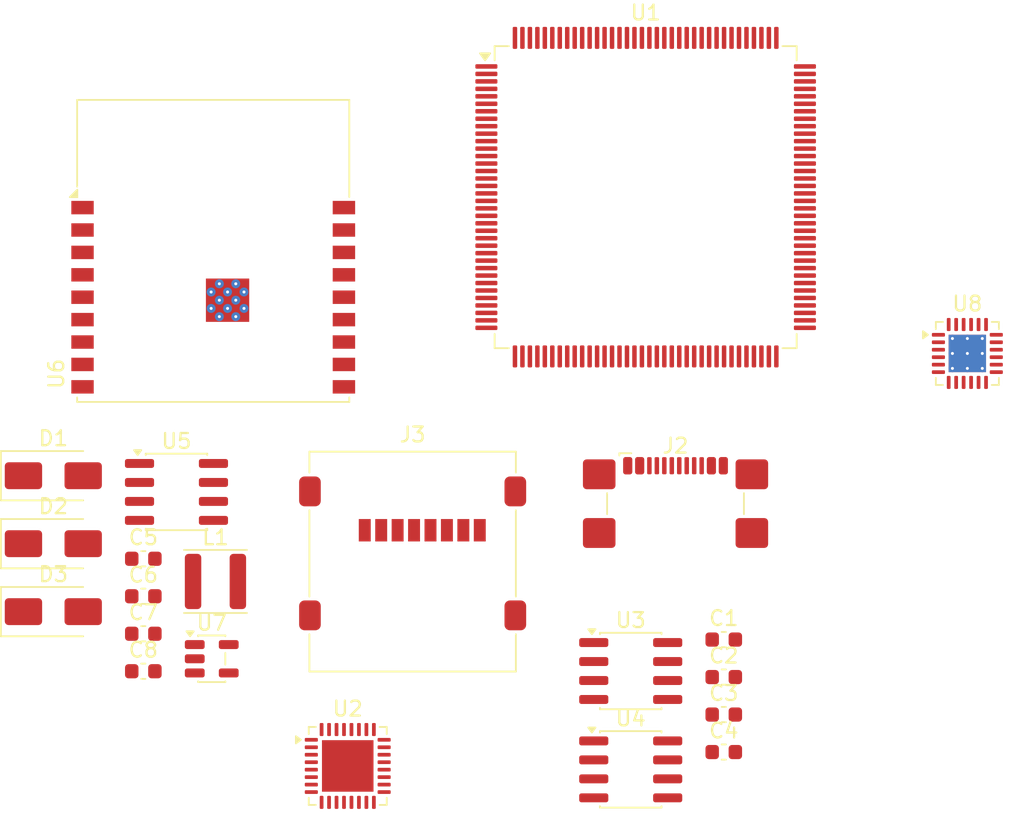
<source format=kicad_pcb>
(kicad_pcb (version 20241229) (generator "pcbnew") (generator_version "9.0")
  (layers (0 "F.Cu" signal) (2 "B.Cu" signal) (13 "F.Paste" user) (15 "B.Paste" user) (5 "F.SilkS" user "F.Silkscreen") (7 "B.SilkS" user "B.Silkscreen") (1 "F.Mask" user) (3 "B.Mask" user) (25 "Edge.Cuts" user))
  (net 0 "")
  (net 1 "GND")
  (net 2 "+3V3")
  (net 3 "/Power Supplies/3V3")
  (net 4 "Net-(D1-K)")
  (net 5 "/Power Supplies/1V8")
  (net 6 "+5V")
  (net 7 "Net-(D2-K)")
  (net 8 "+12V")
  (net 9 "Net-(J2-D+-PadA6)")
  (net 10 "Net-(J2-D--PadA7)")
  (net 11 "Net-(J2-CC2)")
  (net 12 "Net-(J2-CC1)")
  (net 29 "Net-(U1-VSS-Pad104)")
  (net 187 "/CAN/CAN0_HI")
  (net 188 "/CAN/CAN0_LO")
  (net 190 "/CAN/CAN0_TX")
  (net 191 "/CAN/CAN0_RX")
  (net 192 "/CAN/CAN1_RX")
  (net 193 "/CAN/CAN1_HI")
  (net 194 "/CAN/CAN1_TX")
  (net 195 "/CAN/CAN1_LO")
  (net 199 "Net-(U6-GND-Pad19)")
  (footprint "Diode_SMD:D_SMA" (layer "F.Cu") (at 107.87 87.435)
    (property "Reference" "D1" (at 0 -2.5 0) (layer "F.SilkS"))
    (property "Value" "SS14")
    (fp_line (start -3.51 -1.65) (end -3.51 1.65) (stroke (width 0.12)) (layer "F.SilkS"))
    (fp_line (start -3.51 -1.65) (end 2 -1.65) (stroke (width 0.12)) (layer "F.SilkS"))
    (fp_line (start -3.51 1.65) (end 2 1.65) (stroke (width 0.12)) (layer "F.SilkS"))
    (pad "1" smd roundrect (at -2 0) (size 2.5 1.8) (layers "F.Cu" "F.Mask" "F.Paste") (roundrect_rratio 0.1388888889) (net 4 "Net-(D1-K)"))
    (pad "2" smd roundrect (at 2 0) (size 2.5 1.8) (layers "F.Cu" "F.Mask" "F.Paste") (roundrect_rratio 0.1388888889) (net 6 "+5V"))
  )
  (footprint "Capacitor_SMD:C_0603_1608Metric" (layer "F.Cu") (at 113.895 98.015)
    (property "Reference" "C7" (at 0 -1.43 0) (layer "F.SilkS"))
    (property "Value" "1uF")
    (fp_line (start -0.14058 -0.51) (end 0.14058 -0.51) (stroke (width 0.12)) (layer "F.SilkS"))
    (fp_line (start -0.14058 0.51) (end 0.14058 0.51) (stroke (width 0.12)) (layer "F.SilkS"))
    (pad "1" smd roundrect (at -0.775 0) (size 0.9 0.95) (layers "F.Cu" "F.Mask" "F.Paste") (net 5 "/Power Supplies/1V8"))
    (pad "2" smd roundrect (at 0.775 0) (size 0.9 0.95) (layers "F.Cu" "F.Mask" "F.Paste") (net 1 "GND"))
  )
  (footprint "Capacitor_SMD:C_0603_1608Metric" (layer "F.Cu") (at 113.895 92.995)
    (property "Reference" "C5" (at 0 -1.43 0) (layer "F.SilkS"))
    (property "Value" "220uF")
    (fp_line (start -0.14058 -0.51) (end 0.14058 -0.51) (stroke (width 0.12)) (layer "F.SilkS"))
    (fp_line (start -0.14058 0.51) (end 0.14058 0.51) (stroke (width 0.12)) (layer "F.SilkS"))
    (pad "1" smd roundrect (at -0.775 0) (size 0.9 0.95) (layers "F.Cu" "F.Mask" "F.Paste") (net 3 "/Power Supplies/3V3"))
    (pad "2" smd roundrect (at 0.775 0) (size 0.9 0.95) (layers "F.Cu" "F.Mask" "F.Paste") (net 1 "GND"))
  )
  (footprint "Package_SO:SOIC-8_3.9x4.9mm_P1.27mm" (layer "F.Cu") (at 116.115 88.52)
    (property "Reference" "U5" (at 0 -3.4 0) (layer "F.SilkS"))
    (property "Value" "XL1509-3.3")
    (fp_line (start -2.06 -2.56) (end 2.06 -2.56) (stroke (width 0.12)) (layer "F.SilkS"))
    (fp_line (start -2.06 -2.465) (end -2.06 -2.56) (stroke (width 0.12)) (layer "F.SilkS"))
    (fp_line (start -2.06 2.56) (end -2.06 2.465) (stroke (width 0.12)) (layer "F.SilkS"))
    (fp_line (start 2.06 -2.56) (end 2.06 -2.465) (stroke (width 0.12)) (layer "F.SilkS"))
    (fp_line (start 2.06 2.465) (end 2.06 2.56) (stroke (width 0.12)) (layer "F.SilkS"))
    (fp_line (start 2.06 2.56) (end -2.06 2.56) (stroke (width 0.12)) (layer "F.SilkS"))
    (fp_poly (pts (xy -2.6 -2.47) (xy -2.84 -2.8) (xy -2.36 -2.8)) (stroke (width 0.12)) (fill yes) (layer "F.SilkS"))
    (pad "1" smd roundrect (at -2.475 -1.905) (size 1.95 0.6) (layers "F.Cu" "F.Mask" "F.Paste") (net 4 "Net-(D1-K)"))
    (pad "2" smd roundrect (at -2.475 -0.635) (size 1.95 0.6) (layers "F.Cu" "F.Mask" "F.Paste") (net 7 "Net-(D2-K)"))
    (pad "3" smd roundrect (at -2.475 0.635) (size 1.95 0.6) (layers "F.Cu" "F.Mask" "F.Paste") (net 3 "/Power Supplies/3V3"))
    (pad "4" smd roundrect (at -2.475 1.905) (size 1.95 0.6) (layers "F.Cu" "F.Mask" "F.Paste") (net 1 "GND"))
    (pad "5" smd roundrect (at 2.475 1.905) (size 1.95 0.6) (layers "F.Cu" "F.Mask" "F.Paste") (net 1 "GND"))
    (pad "6" smd roundrect (at 2.475 0.635) (size 1.95 0.6) (layers "F.Cu" "F.Mask" "F.Paste") (net 1 "GND"))
    (pad "7" smd roundrect (at 2.475 -0.635) (size 1.95 0.6) (layers "F.Cu" "F.Mask" "F.Paste") (net 1 "GND"))
    (pad "8" smd roundrect (at 2.475 -1.905) (size 1.95 0.6) (layers "F.Cu" "F.Mask" "F.Paste") (net 1 "GND"))
  )
  (footprint "Package_DFN_QFN:QFN-32-1EP_5x5mm_P0.5mm_EP3.45x3.45mm" (layer "F.Cu") (at 127.58 106.865)
    (property "Reference" "U2" (at 0 -3.83 0) (layer "F.SilkS"))
    (property "Value" "USB3300-EZK")
    (fp_line (start -2.61 -2.61) (end -2.135 -2.61) (stroke (width 0.12)) (layer "F.SilkS"))
    (fp_line (start -2.61 -2.135) (end -2.61 -2.61) (stroke (width 0.12)) (layer "F.SilkS"))
    (fp_line (start -2.61 2.61) (end -2.61 2.135) (stroke (width 0.12)) (layer "F.SilkS"))
    (fp_line (start -2.135 2.61) (end -2.61 2.61) (stroke (width 0.12)) (layer "F.SilkS"))
    (fp_line (start 2.135 -2.61) (end 2.61 -2.61) (stroke (width 0.12)) (layer "F.SilkS"))
    (fp_line (start 2.61 -2.61) (end 2.61 -2.135) (stroke (width 0.12)) (layer "F.SilkS"))
    (fp_line (start 2.61 2.135) (end 2.61 2.61) (stroke (width 0.12)) (layer "F.SilkS"))
    (fp_line (start 2.61 2.61) (end 2.135 2.61) (stroke (width 0.12)) (layer "F.SilkS"))
    (fp_poly (pts (xy -3.14 -1.75) (xy -3.47 -1.51) (xy -3.47 -1.99)) (stroke (width 0.12)) (fill yes) (layer "F.SilkS"))
    (pad "1" smd roundrect (at -2.4375 -1.75) (size 0.875 0.25) (layers "F.Cu" "F.Mask" "F.Paste"))
    (pad "2" smd roundrect (at -2.4375 -1.25) (size 0.875 0.25) (layers "F.Cu" "F.Mask" "F.Paste"))
    (pad "3" smd roundrect (at -2.4375 -0.75) (size 0.875 0.25) (layers "F.Cu" "F.Mask" "F.Paste"))
    (pad "4" smd roundrect (at -2.4375 -0.25) (size 0.875 0.25) (layers "F.Cu" "F.Mask" "F.Paste"))
    (pad "5" smd roundrect (at -2.4375 0.25) (size 0.875 0.25) (layers "F.Cu" "F.Mask" "F.Paste"))
    (pad "6" smd roundrect (at -2.4375 0.75) (size 0.875 0.25) (layers "F.Cu" "F.Mask" "F.Paste"))
    (pad "7" smd roundrect (at -2.4375 1.25) (size 0.875 0.25) (layers "F.Cu" "F.Mask" "F.Paste"))
    (pad "8" smd roundrect (at -2.4375 1.75) (size 0.875 0.25) (layers "F.Cu" "F.Mask" "F.Paste"))
    (pad "9" smd roundrect (at -1.75 2.4375) (size 0.25 0.875) (layers "F.Cu" "F.Mask" "F.Paste"))
    (pad "10" smd roundrect (at -1.25 2.4375) (size 0.25 0.875) (layers "F.Cu" "F.Mask" "F.Paste"))
    (pad "11" smd roundrect (at -0.75 2.4375) (size 0.25 0.875) (layers "F.Cu" "F.Mask" "F.Paste"))
    (pad "12" smd roundrect (at -0.25 2.4375) (size 0.25 0.875) (layers "F.Cu" "F.Mask" "F.Paste"))
    (pad "13" smd roundrect (at 0.25 2.4375) (size 0.25 0.875) (layers "F.Cu" "F.Mask" "F.Paste"))
    (pad "14" smd roundrect (at 0.75 2.4375) (size 0.25 0.875) (layers "F.Cu" "F.Mask" "F.Paste"))
    (pad "15" smd roundrect (at 1.25 2.4375) (size 0.25 0.875) (layers "F.Cu" "F.Mask" "F.Paste"))
    (pad "16" smd roundrect (at 1.75 2.4375) (size 0.25 0.875) (layers "F.Cu" "F.Mask" "F.Paste"))
    (pad "17" smd roundrect (at 2.4375 1.75) (size 0.875 0.25) (layers "F.Cu" "F.Mask" "F.Paste"))
    (pad "18" smd roundrect (at 2.4375 1.25) (size 0.875 0.25) (layers "F.Cu" "F.Mask" "F.Paste"))
    (pad "19" smd roundrect (at 2.4375 0.75) (size 0.875 0.25) (layers "F.Cu" "F.Mask" "F.Paste"))
    (pad "20" smd roundrect (at 2.4375 0.25) (size 0.875 0.25) (layers "F.Cu" "F.Mask" "F.Paste"))
    (pad "21" smd roundrect (at 2.4375 -0.25) (size 0.875 0.25) (layers "F.Cu" "F.Mask" "F.Paste"))
    (pad "22" smd roundrect (at 2.4375 -0.75) (size 0.875 0.25) (layers "F.Cu" "F.Mask" "F.Paste"))
    (pad "23" smd roundrect (at 2.4375 -1.25) (size 0.875 0.25) (layers "F.Cu" "F.Mask" "F.Paste"))
    (pad "24" smd roundrect (at 2.4375 -1.75) (size 0.875 0.25) (layers "F.Cu" "F.Mask" "F.Paste"))
    (pad "25" smd roundrect (at 1.75 -2.4375) (size 0.25 0.875) (layers "F.Cu" "F.Mask" "F.Paste"))
    (pad "26" smd roundrect (at 1.25 -2.4375) (size 0.25 0.875) (layers "F.Cu" "F.Mask" "F.Paste"))
    (pad "27" smd roundrect (at 0.75 -2.4375) (size 0.25 0.875) (layers "F.Cu" "F.Mask" "F.Paste"))
    (pad "28" smd roundrect (at 0.25 -2.4375) (size 0.25 0.875) (layers "F.Cu" "F.Mask" "F.Paste"))
    (pad "29" smd roundrect (at -0.25 -2.4375) (size 0.25 0.875) (layers "F.Cu" "F.Mask" "F.Paste"))
    (pad "30" smd roundrect (at -0.75 -2.4375) (size 0.25 0.875) (layers "F.Cu" "F.Mask" "F.Paste"))
    (pad "31" smd roundrect (at -1.25 -2.4375) (size 0.25 0.875) (layers "F.Cu" "F.Mask" "F.Paste"))
    (pad "32" smd roundrect (at -1.75 -2.4375) (size 0.25 0.875) (layers "F.Cu" "F.Mask" "F.Paste"))
    (pad "33" smd rect (at 0 0) (size 3.45 3.45) (property pad_prop_heatsink) (layers "F.Cu" "F.Mask"))
  )
  (footprint "Package_QFP:LQFP-144_20x20mm_P0.5mm" (layer "F.Cu") (at 147.525 68.785)
    (property "Reference" "U1" (at 0 -12.35 0) (layer "F.SilkS"))
    (property "Value" "STM32H745ZITx")
    (fp_line (start -10.11 -10.11) (end -9.16 -10.11) (stroke (width 0.12)) (layer "F.SilkS"))
    (fp_line (start -10.11 -9.16) (end -10.11 -10.11) (stroke (width 0.12)) (layer "F.SilkS"))
    (fp_line (start -10.11 10.11) (end -10.11 9.16) (stroke (width 0.12)) (layer "F.SilkS"))
    (fp_line (start -9.16 10.11) (end -10.11 10.11) (stroke (width 0.12)) (layer "F.SilkS"))
    (fp_line (start 9.16 -10.11) (end 10.11 -10.11) (stroke (width 0.12)) (layer "F.SilkS"))
    (fp_line (start 10.11 -10.11) (end 10.11 -9.16) (stroke (width 0.12)) (layer "F.SilkS"))
    (fp_line (start 10.11 9.16) (end 10.11 10.11) (stroke (width 0.12)) (layer "F.SilkS"))
    (fp_line (start 10.11 10.11) (end 9.16 10.11) (stroke (width 0.12)) (layer "F.SilkS"))
    (fp_poly (pts (xy -10.75 -9.16) (xy -11.09 -9.63) (xy -10.41 -9.63)) (stroke (width 0.12)) (fill yes) (layer "F.SilkS"))
    (pad "1" smd roundrect (at -10.6625 -8.75) (size 1.475 0.3) (layers "F.Cu" "F.Mask" "F.Paste"))
    (pad "2" smd roundrect (at -10.6625 -8.25) (size 1.475 0.3) (layers "F.Cu" "F.Mask" "F.Paste"))
    (pad "3" smd roundrect (at -10.6625 -7.75) (size 1.475 0.3) (layers "F.Cu" "F.Mask" "F.Paste"))
    (pad "4" smd roundrect (at -10.6625 -7.25) (size 1.475 0.3) (layers "F.Cu" "F.Mask" "F.Paste"))
    (pad "5" smd roundrect (at -10.6625 -6.75) (size 1.475 0.3) (layers "F.Cu" "F.Mask" "F.Paste"))
    (pad "6" smd roundrect (at -10.6625 -6.25) (size 1.475 0.3) (layers "F.Cu" "F.Mask" "F.Paste") (net 29 "Net-(U1-VSS-Pad104)"))
    (pad "7" smd roundrect (at -10.6625 -5.75) (size 1.475 0.3) (layers "F.Cu" "F.Mask" "F.Paste"))
    (pad "8" smd roundrect (at -10.6625 -5.25) (size 1.475 0.3) (layers "F.Cu" "F.Mask" "F.Paste"))
    (pad "9" smd roundrect (at -10.6625 -4.75) (size 1.475 0.3) (layers "F.Cu" "F.Mask" "F.Paste"))
    (pad "10" smd roundrect (at -10.6625 -4.25) (size 1.475 0.3) (layers "F.Cu" "F.Mask" "F.Paste"))
    (pad "11" smd roundrect (at -10.6625 -3.75) (size 1.475 0.3) (layers "F.Cu" "F.Mask" "F.Paste"))
    (pad "12" smd roundrect (at -10.6625 -3.25) (size 1.475 0.3) (layers "F.Cu" "F.Mask" "F.Paste") (net 29 "Net-(U1-VSS-Pad104)"))
    (pad "13" smd roundrect (at -10.6625 -2.75) (size 1.475 0.3) (layers "F.Cu" "F.Mask" "F.Paste"))
    (pad "14" smd roundrect (at -10.6625 -2.25) (size 1.475 0.3) (layers "F.Cu" "F.Mask" "F.Paste"))
    (pad "15" smd roundrect (at -10.6625 -1.75) (size 1.475 0.3) (layers "F.Cu" "F.Mask" "F.Paste"))
    (pad "16" smd roundrect (at -10.6625 -1.25) (size 1.475 0.3) (layers "F.Cu" "F.Mask" "F.Paste"))
    (pad "17" smd roundrect (at -10.6625 -0.75) (size 1.475 0.3) (layers "F.Cu" "F.Mask" "F.Paste"))
    (pad "18" smd roundrect (at -10.6625 -0.25) (size 1.475 0.3) (layers "F.Cu" "F.Mask" "F.Paste") (net 29 "Net-(U1-VSS-Pad104)"))
    (pad "19" smd roundrect (at -10.6625 0.25) (size 1.475 0.3) (layers "F.Cu" "F.Mask" "F.Paste"))
    (pad "20" smd roundrect (at -10.6625 0.75) (size 1.475 0.3) (layers "F.Cu" "F.Mask" "F.Paste"))
    (pad "21" smd roundrect (at -10.6625 1.25) (size 1.475 0.3) (layers "F.Cu" "F.Mask" "F.Paste"))
    (pad "22" smd roundrect (at -10.6625 1.75) (size 1.475 0.3) (layers "F.Cu" "F.Mask" "F.Paste"))
    (pad "23" smd roundrect (at -10.6625 2.25) (size 1.475 0.3) (layers "F.Cu" "F.Mask" "F.Paste"))
    (pad "24" smd roundrect (at -10.6625 2.75) (size 1.475 0.3) (layers "F.Cu" "F.Mask" "F.Paste"))
    (pad "25" smd roundrect (at -10.6625 3.25) (size 1.475 0.3) (layers "F.Cu" "F.Mask" "F.Paste"))
    (pad "26" smd roundrect (at -10.6625 3.75) (size 1.475 0.3) (layers "F.Cu" "F.Mask" "F.Paste"))
    (pad "27" smd roundrect (at -10.6625 4.25) (size 1.475 0.3) (layers "F.Cu" "F.Mask" "F.Paste"))
    (pad "28" smd roundrect (at -10.6625 4.75) (size 1.475 0.3) (layers "F.Cu" "F.Mask" "F.Paste"))
    (pad "29" smd roundrect (at -10.6625 5.25) (size 1.475 0.3) (layers "F.Cu" "F.Mask" "F.Paste"))
    (pad "30" smd roundrect (at -10.6625 5.75) (size 1.475 0.3) (layers "F.Cu" "F.Mask" "F.Paste"))
    (pad "31" smd roundrect (at -10.6625 6.25) (size 1.475 0.3) (layers "F.Cu" "F.Mask" "F.Paste"))
    (pad "32" smd roundrect (at -10.6625 6.75) (size 1.475 0.3) (layers "F.Cu" "F.Mask" "F.Paste"))
    (pad "33" smd roundrect (at -10.6625 7.25) (size 1.475 0.3) (layers "F.Cu" "F.Mask" "F.Paste") (net 29 "Net-(U1-VSS-Pad104)"))
    (pad "34" smd roundrect (at -10.6625 7.75) (size 1.475 0.3) (layers "F.Cu" "F.Mask" "F.Paste"))
    (pad "35" smd roundrect (at -10.6625 8.25) (size 1.475 0.3) (layers "F.Cu" "F.Mask" "F.Paste"))
    (pad "36" smd roundrect (at -10.6625 8.75) (size 1.475 0.3) (layers "F.Cu" "F.Mask" "F.Paste"))
    (pad "37" smd roundrect (at -8.75 10.6625) (size 0.3 1.475) (layers "F.Cu" "F.Mask" "F.Paste"))
    (pad "38" smd roundrect (at -8.25 10.6625) (size 0.3 1.475) (layers "F.Cu" "F.Mask" "F.Paste"))
    (pad "39" smd roundrect (at -7.75 10.6625) (size 0.3 1.475) (layers "F.Cu" "F.Mask" "F.Paste"))
    (pad "40" smd roundrect (at -7.25 10.6625) (size 0.3 1.475) (layers "F.Cu" "F.Mask" "F.Paste"))
    (pad "41" smd roundrect (at -6.75 10.6625) (size 0.3 1.475) (layers "F.Cu" "F.Mask" "F.Paste") (net 29 "Net-(U1-VSS-Pad104)"))
    (pad "42" smd roundrect (at -6.25 10.6625) (size 0.3 1.475) (layers "F.Cu" "F.Mask" "F.Paste"))
    (pad "43" smd roundrect (at -5.75 10.6625) (size 0.3 1.475) (layers "F.Cu" "F.Mask" "F.Paste"))
    (pad "44" smd roundrect (at -5.25 10.6625) (size 0.3 1.475) (layers "F.Cu" "F.Mask" "F.Paste"))
    (pad "45" smd roundrect (at -4.75 10.6625) (size 0.3 1.475) (layers "F.Cu" "F.Mask" "F.Paste"))
    (pad "46" smd roundrect (at -4.25 10.6625) (size 0.3 1.475) (layers "F.Cu" "F.Mask" "F.Paste"))
    (pad "47" smd roundrect (at -3.75 10.6625) (size 0.3 1.475) (layers "F.Cu" "F.Mask" "F.Paste"))
    (pad "48" smd roundrect (at -3.25 10.6625) (size 0.3 1.475) (layers "F.Cu" "F.Mask" "F.Paste"))
    (pad "49" smd roundrect (at -2.75 10.6625) (size 0.3 1.475) (layers "F.Cu" "F.Mask" "F.Paste"))
    (pad "50" smd roundrect (at -2.25 10.6625) (size 0.3 1.475) (layers "F.Cu" "F.Mask" "F.Paste"))
    (pad "51" smd roundrect (at -1.75 10.6625) (size 0.3 1.475) (layers "F.Cu" "F.Mask" "F.Paste"))
    (pad "52" smd roundrect (at -1.25 10.6625) (size 0.3 1.475) (layers "F.Cu" "F.Mask" "F.Paste"))
    (pad "53" smd roundrect (at -0.75 10.6625) (size 0.3 1.475) (layers "F.Cu" "F.Mask" "F.Paste"))
    (pad "54" smd roundrect (at -0.25 10.6625) (size 0.3 1.475) (layers "F.Cu" "F.Mask" "F.Paste"))
    (pad "55" smd roundrect (at 0.25 10.6625) (size 0.3 1.475) (layers "F.Cu" "F.Mask" "F.Paste") (net 29 "Net-(U1-VSS-Pad104)"))
    (pad "56" smd roundrect (at 0.75 10.6625) (size 0.3 1.475) (layers "F.Cu" "F.Mask" "F.Paste"))
    (pad "57" smd roundrect (at 1.25 10.6625) (size 0.3 1.475) (layers "F.Cu" "F.Mask" "F.Paste"))
    (pad "58" smd roundrect (at 1.75 10.6625) (size 0.3 1.475) (layers "F.Cu" "F.Mask" "F.Paste"))
    (pad "59" smd roundrect (at 2.25 10.6625) (size 0.3 1.475) (layers "F.Cu" "F.Mask" "F.Paste"))
    (pad "60" smd roundrect (at 2.75 10.6625) (size 0.3 1.475) (layers "F.Cu" "F.Mask" "F.Paste"))
    (pad "61" smd roundrect (at 3.25 10.6625) (size 0.3 1.475) (layers "F.Cu" "F.Mask" "F.Paste"))
    (pad "62" smd roundrect (at 3.75 10.6625) (size 0.3 1.475) (layers "F.Cu" "F.Mask" "F.Paste"))
    (pad "63" smd roundrect (at 4.25 10.6625) (size 0.3 1.475) (layers "F.Cu" "F.Mask" "F.Paste"))
    (pad "64" smd roundrect (at 4.75 10.6625) (size 0.3 1.475) (layers "F.Cu" "F.Mask" "F.Paste"))
    (pad "65" smd roundrect (at 5.25 10.6625) (size 0.3 1.475) (layers "F.Cu" "F.Mask" "F.Paste"))
    (pad "66" smd roundrect (at 5.75 10.6625) (size 0.3 1.475) (layers "F.Cu" "F.Mask" "F.Paste"))
    (pad "67" smd roundrect (at 6.25 10.6625) (size 0.3 1.475) (layers "F.Cu" "F.Mask" "F.Paste"))
    (pad "68" smd roundrect (at 6.75 10.6625) (size 0.3 1.475) (layers "F.Cu" "F.Mask" "F.Paste"))
    (pad "69" smd roundrect (at 7.25 10.6625) (size 0.3 1.475) (layers "F.Cu" "F.Mask" "F.Paste") (net 29 "Net-(U1-VSS-Pad104)"))
    (pad "70" smd roundrect (at 7.75 10.6625) (size 0.3 1.475) (layers "F.Cu" "F.Mask" "F.Paste"))
    (pad "71" smd roundrect (at 8.25 10.6625) (size 0.3 1.475) (layers "F.Cu" "F.Mask" "F.Paste"))
    (pad "72" smd roundrect (at 8.75 10.6625) (size 0.3 1.475) (layers "F.Cu" "F.Mask" "F.Paste"))
    (pad "73" smd roundrect (at 10.6625 8.75) (size 1.475 0.3) (layers "F.Cu" "F.Mask" "F.Paste"))
    (pad "74" smd roundrect (at 10.6625 8.25) (size 1.475 0.3) (layers "F.Cu" "F.Mask" "F.Paste"))
    (pad "75" smd roundrect (at 10.6625 7.75) (size 1.475 0.3) (layers "F.Cu" "F.Mask" "F.Paste"))
    (pad "76" smd roundrect (at 10.6625 7.25) (size 1.475 0.3) (layers "F.Cu" "F.Mask" "F.Paste"))
    (pad "77" smd roundrect (at 10.6625 6.75) (size 1.475 0.3) (layers "F.Cu" "F.Mask" "F.Paste"))
    (pad "78" smd roundrect (at 10.6625 6.25) (size 1.475 0.3) (layers "F.Cu" "F.Mask" "F.Paste"))
    (pad "79" smd roundrect (at 10.6625 5.75) (size 1.475 0.3) (layers "F.Cu" "F.Mask" "F.Paste"))
    (pad "80" smd roundrect (at 10.6625 5.25) (size 1.475 0.3) (layers "F.Cu" "F.Mask" "F.Paste") (net 29 "Net-(U1-VSS-Pad104)"))
    (pad "81" smd roundrect (at 10.6625 4.75) (size 1.475 0.3) (layers "F.Cu" "F.Mask" "F.Paste"))
    (pad "82" smd roundrect (at 10.6625 4.25) (size 1.475 0.3) (layers "F.Cu" "F.Mask" "F.Paste"))
    (pad "83" smd roundrect (at 10.6625 3.75) (size 1.475 0.3) (layers "F.Cu" "F.Mask" "F.Paste"))
    (pad "84" smd roundrect (at 10.6625 3.25) (size 1.475 0.3) (layers "F.Cu" "F.Mask" "F.Paste"))
    (pad "85" smd roundrect (at 10.6625 2.75) (size 1.475 0.3) (layers "F.Cu" "F.Mask" "F.Paste"))
    (pad "86" smd roundrect (at 10.6625 2.25) (size 1.475 0.3) (layers "F.Cu" "F.Mask" "F.Paste"))
    (pad "87" smd roundrect (at 10.6625 1.75) (size 1.475 0.3) (layers "F.Cu" "F.Mask" "F.Paste"))
    (pad "88" smd roundrect (at 10.6625 1.25) (size 1.475 0.3) (layers "F.Cu" "F.Mask" "F.Paste"))
    (pad "89" smd roundrect (at 10.6625 0.75) (size 1.475 0.3) (layers "F.Cu" "F.Mask" "F.Paste") (net 29 "Net-(U1-VSS-Pad104)"))
    (pad "90" smd roundrect (at 10.6625 0.25) (size 1.475 0.3) (layers "F.Cu" "F.Mask" "F.Paste"))
    (pad "91" smd roundrect (at 10.6625 -0.25) (size 1.475 0.3) (layers "F.Cu" "F.Mask" "F.Paste"))
    (pad "92" smd roundrect (at 10.6625 -0.75) (size 1.475 0.3) (layers "F.Cu" "F.Mask" "F.Paste"))
    (pad "93" smd roundrect (at 10.6625 -1.25) (size 1.475 0.3) (layers "F.Cu" "F.Mask" "F.Paste"))
    (pad "94" smd roundrect (at 10.6625 -1.75) (size 1.475 0.3) (layers "F.Cu" "F.Mask" "F.Paste"))
    (pad "95" smd roundrect (at 10.6625 -2.25) (size 1.475 0.3) (layers "F.Cu" "F.Mask" "F.Paste"))
    (pad "96" smd roundrect (at 10.6625 -2.75) (size 1.475 0.3) (layers "F.Cu" "F.Mask" "F.Paste"))
    (pad "97" smd roundrect (at 10.6625 -3.25) (size 1.475 0.3) (layers "F.Cu" "F.Mask" "F.Paste"))
    (pad "98" smd roundrect (at 10.6625 -3.75) (size 1.475 0.3) (layers "F.Cu" "F.Mask" "F.Paste"))
    (pad "99" smd roundrect (at 10.6625 -4.25) (size 1.475 0.3) (layers "F.Cu" "F.Mask" "F.Paste"))
    (pad "100" smd roundrect (at 10.6625 -4.75) (size 1.475 0.3) (layers "F.Cu" "F.Mask" "F.Paste"))
    (pad "101" smd roundrect (at 10.6625 -5.25) (size 1.475 0.3) (layers "F.Cu" "F.Mask" "F.Paste"))
    (pad "102" smd roundrect (at 10.6625 -5.75) (size 1.475 0.3) (layers "F.Cu" "F.Mask" "F.Paste"))
    (pad "103" smd roundrect (at 10.6625 -6.25) (size 1.475 0.3) (layers "F.Cu" "F.Mask" "F.Paste"))
    (pad "104" smd roundrect (at 10.6625 -6.75) (size 1.475 0.3) (layers "F.Cu" "F.Mask" "F.Paste") (net 29 "Net-(U1-VSS-Pad104)"))
    (pad "105" smd roundrect (at 10.6625 -7.25) (size 1.475 0.3) (layers "F.Cu" "F.Mask" "F.Paste"))
    (pad "106" smd roundrect (at 10.6625 -7.75) (size 1.475 0.3) (layers "F.Cu" "F.Mask" "F.Paste"))
    (pad "107" smd roundrect (at 10.6625 -8.25) (size 1.475 0.3) (layers "F.Cu" "F.Mask" "F.Paste"))
    (pad "108" smd roundrect (at 10.6625 -8.75) (size 1.475 0.3) (layers "F.Cu" "F.Mask" "F.Paste"))
    (pad "109" smd roundrect (at 8.75 -10.6625) (size 0.3 1.475) (layers "F.Cu" "F.Mask" "F.Paste"))
    (pad "110" smd roundrect (at 8.25 -10.6625) (size 0.3 1.475) (layers "F.Cu" "F.Mask" "F.Paste"))
    (pad "111" smd roundrect (at 7.75 -10.6625) (size 0.3 1.475) (layers "F.Cu" "F.Mask" "F.Paste"))
    (pad "112" smd roundrect (at 7.25 -10.6625) (size 0.3 1.475) (layers "F.Cu" "F.Mask" "F.Paste"))
    (pad "113" smd roundrect (at 6.75 -10.6625) (size 0.3 1.475) (layers "F.Cu" "F.Mask" "F.Paste"))
    (pad "114" smd roundrect (at 6.25 -10.6625) (size 0.3 1.475) (layers "F.Cu" "F.Mask" "F.Paste"))
    (pad "115" smd roundrect (at 5.75 -10.6625) (size 0.3 1.475) (layers "F.Cu" "F.Mask" "F.Paste"))
    (pad "116" smd roundrect (at 5.25 -10.6625) (size 0.3 1.475) (layers "F.Cu" "F.Mask" "F.Paste"))
    (pad "117" smd roundrect (at 4.75 -10.6625) (size 0.3 1.475) (layers "F.Cu" "F.Mask" "F.Paste"))
    (pad "118" smd roundrect (at 4.25 -10.6625) (size 0.3 1.475) (layers "F.Cu" "F.Mask" "F.Paste") (net 29 "Net-(U1-VSS-Pad104)"))
    (pad "119" smd roundrect (at 3.75 -10.6625) (size 0.3 1.475) (layers "F.Cu" "F.Mask" "F.Paste"))
    (pad "120" smd roundrect (at 3.25 -10.6625) (size 0.3 1.475) (layers "F.Cu" "F.Mask" "F.Paste"))
    (pad "121" smd roundrect (at 2.75 -10.6625) (size 0.3 1.475) (layers "F.Cu" "F.Mask" "F.Paste"))
    (pad "122" smd roundrect (at 2.25 -10.6625) (size 0.3 1.475) (layers "F.Cu" "F.Mask" "F.Paste"))
    (pad "123" smd roundrect (at 1.75 -10.6625) (size 0.3 1.475) (layers "F.Cu" "F.Mask" "F.Paste"))
    (pad "124" smd roundrect (at 1.25 -10.6625) (size 0.3 1.475) (layers "F.Cu" "F.Mask" "F.Paste"))
    (pad "125" smd roundrect (at 0.75 -10.6625) (size 0.3 1.475) (layers "F.Cu" "F.Mask" "F.Paste"))
    (pad "126" smd roundrect (at 0.25 -10.6625) (size 0.3 1.475) (layers "F.Cu" "F.Mask" "F.Paste"))
    (pad "127" smd roundrect (at -0.25 -10.6625) (size 0.3 1.475) (layers "F.Cu" "F.Mask" "F.Paste"))
    (pad "128" smd roundrect (at -0.75 -10.6625) (size 0.3 1.475) (layers "F.Cu" "F.Mask" "F.Paste") (net 29 "Net-(U1-VSS-Pad104)"))
    (pad "129" smd roundrect (at -1.25 -10.6625) (size 0.3 1.475) (layers "F.Cu" "F.Mask" "F.Paste"))
    (pad "130" smd roundrect (at -1.75 -10.6625) (size 0.3 1.475) (layers "F.Cu" "F.Mask" "F.Paste"))
    (pad "131" smd roundrect (at -2.25 -10.6625) (size 0.3 1.475) (layers "F.Cu" "F.Mask" "F.Paste"))
    (pad "132" smd roundrect (at -2.75 -10.6625) (size 0.3 1.475) (layers "F.Cu" "F.Mask" "F.Paste"))
    (pad "133" smd roundrect (at -3.25 -10.6625) (size 0.3 1.475) (layers "F.Cu" "F.Mask" "F.Paste"))
    (pad "134" smd roundrect (at -3.75 -10.6625) (size 0.3 1.475) (layers "F.Cu" "F.Mask" "F.Paste"))
    (pad "135" smd roundrect (at -4.25 -10.6625) (size 0.3 1.475) (layers "F.Cu" "F.Mask" "F.Paste"))
    (pad "136" smd roundrect (at -4.75 -10.6625) (size 0.3 1.475) (layers "F.Cu" "F.Mask" "F.Paste"))
    (pad "137" smd roundrect (at -5.25 -10.6625) (size 0.3 1.475) (layers "F.Cu" "F.Mask" "F.Paste"))
    (pad "138" smd roundrect (at -5.75 -10.6625) (size 0.3 1.475) (layers "F.Cu" "F.Mask" "F.Paste"))
    (pad "139" smd roundrect (at -6.25 -10.6625) (size 0.3 1.475) (layers "F.Cu" "F.Mask" "F.Paste"))
    (pad "140" smd roundrect (at -6.75 -10.6625) (size 0.3 1.475) (layers "F.Cu" "F.Mask" "F.Paste"))
    (pad "141" smd roundrect (at -7.25 -10.6625) (size 0.3 1.475) (layers "F.Cu" "F.Mask" "F.Paste") (net 29 "Net-(U1-VSS-Pad104)"))
    (pad "142" smd roundrect (at -7.75 -10.6625) (size 0.3 1.475) (layers "F.Cu" "F.Mask" "F.Paste"))
    (pad "143" smd roundrect (at -8.25 -10.6625) (size 0.3 1.475) (layers "F.Cu" "F.Mask" "F.Paste"))
    (pad "144" smd roundrect (at -8.75 -10.6625) (size 0.3 1.475) (layers "F.Cu" "F.Mask" "F.Paste"))
  )
  (footprint "Capacitor_SMD:C_0603_1608Metric" (layer "F.Cu") (at 152.755 100.915)
    (property "Reference" "C2" (at 0 -1.43 0) (layer "F.SilkS"))
    (property "Value" "100n")
    (fp_line (start -0.14058 -0.51) (end 0.14058 -0.51) (stroke (width 0.12)) (layer "F.SilkS"))
    (fp_line (start -0.14058 0.51) (end 0.14058 0.51) (stroke (width 0.12)) (layer "F.SilkS"))
    (pad "1" smd roundrect (at -0.775 0) (size 0.9 0.95) (layers "F.Cu" "F.Mask" "F.Paste") (net 2 "+3V3"))
    (pad "2" smd roundrect (at 0.775 0) (size 0.9 0.95) (layers "F.Cu" "F.Mask" "F.Paste") (net 1 "GND"))
  )
  (footprint "Capacitor_SMD:C_0603_1608Metric" (layer "F.Cu") (at 113.895 95.505)
    (property "Reference" "C6" (at 0 -1.43 0) (layer "F.SilkS"))
    (property "Value" "470uF")
    (fp_line (start -0.14058 -0.51) (end 0.14058 -0.51) (stroke (width 0.12)) (layer "F.SilkS"))
    (fp_line (start -0.14058 0.51) (end 0.14058 0.51) (stroke (width 0.12)) (layer "F.SilkS"))
    (pad "1" smd roundrect (at -0.775 0) (size 0.9 0.95) (layers "F.Cu" "F.Mask" "F.Paste") (net 4 "Net-(D1-K)"))
    (pad "2" smd roundrect (at 0.775 0) (size 0.9 0.95) (layers "F.Cu" "F.Mask" "F.Paste") (net 1 "GND"))
  )
  (footprint "Package_SO:SOIC-8_3.9x4.9mm_P1.27mm" (layer "F.Cu") (at 146.525 100.51)
    (property "Reference" "U3" (at 0 -3.4 0) (layer "F.SilkS"))
    (property "Value" "SN65HVD230")
    (fp_line (start -2.06 -2.56) (end 2.06 -2.56) (stroke (width 0.12)) (layer "F.SilkS"))
    (fp_line (start -2.06 -2.465) (end -2.06 -2.56) (stroke (width 0.12)) (layer "F.SilkS"))
    (fp_line (start -2.06 2.56) (end -2.06 2.465) (stroke (width 0.12)) (layer "F.SilkS"))
    (fp_line (start 2.06 -2.56) (end 2.06 -2.465) (stroke (width 0.12)) (layer "F.SilkS"))
    (fp_line (start 2.06 2.465) (end 2.06 2.56) (stroke (width 0.12)) (layer "F.SilkS"))
    (fp_line (start 2.06 2.56) (end -2.06 2.56) (stroke (width 0.12)) (layer "F.SilkS"))
    (fp_poly (pts (xy -2.6 -2.47) (xy -2.84 -2.8) (xy -2.36 -2.8)) (stroke (width 0.12)) (fill yes) (layer "F.SilkS"))
    (pad "1" smd roundrect (at -2.475 -1.905) (size 1.95 0.6) (layers "F.Cu" "F.Mask" "F.Paste") (net 190 "/CAN/CAN0_TX"))
    (pad "2" smd roundrect (at -2.475 -0.635) (size 1.95 0.6) (layers "F.Cu" "F.Mask" "F.Paste") (net 1 "GND"))
    (pad "3" smd roundrect (at -2.475 0.635) (size 1.95 0.6) (layers "F.Cu" "F.Mask" "F.Paste") (net 2 "+3V3"))
    (pad "4" smd roundrect (at -2.475 1.905) (size 1.95 0.6) (layers "F.Cu" "F.Mask" "F.Paste") (net 191 "/CAN/CAN0_RX"))
    (pad "5" smd roundrect (at 2.475 1.905) (size 1.95 0.6) (layers "F.Cu" "F.Mask" "F.Paste"))
    (pad "6" smd roundrect (at 2.475 0.635) (size 1.95 0.6) (layers "F.Cu" "F.Mask" "F.Paste") (net 188 "/CAN/CAN0_LO"))
    (pad "7" smd roundrect (at 2.475 -0.635) (size 1.95 0.6) (layers "F.Cu" "F.Mask" "F.Paste") (net 187 "/CAN/CAN0_HI"))
    (pad "8" smd roundrect (at 2.475 -1.905) (size 1.95 0.6) (layers "F.Cu" "F.Mask" "F.Paste") (net 1 "GND"))
  )
  (footprint "Capacitor_SMD:C_0603_1608Metric" (layer "F.Cu") (at 152.755 98.405)
    (property "Reference" "C1" (at 0 -1.43 0) (layer "F.SilkS"))
    (property "Value" "1u")
    (fp_line (start -0.14058 -0.51) (end 0.14058 -0.51) (stroke (width 0.12)) (layer "F.SilkS"))
    (fp_line (start -0.14058 0.51) (end 0.14058 0.51) (stroke (width 0.12)) (layer "F.SilkS"))
    (pad "1" smd roundrect (at -0.775 0) (size 0.9 0.95) (layers "F.Cu" "F.Mask" "F.Paste") (net 2 "+3V3"))
    (pad "2" smd roundrect (at 0.775 0) (size 0.9 0.95) (layers "F.Cu" "F.Mask" "F.Paste") (net 1 "GND"))
  )
  (footprint "Capacitor_SMD:C_0603_1608Metric" (layer "F.Cu") (at 152.755 105.935)
    (property "Reference" "C4" (at 0 -1.43 0) (layer "F.SilkS"))
    (property "Value" "100n")
    (fp_line (start -0.14058 -0.51) (end 0.14058 -0.51) (stroke (width 0.12)) (layer "F.SilkS"))
    (fp_line (start -0.14058 0.51) (end 0.14058 0.51) (stroke (width 0.12)) (layer "F.SilkS"))
    (pad "1" smd roundrect (at -0.775 0) (size 0.9 0.95) (layers "F.Cu" "F.Mask" "F.Paste") (net 2 "+3V3"))
    (pad "2" smd roundrect (at 0.775 0) (size 0.9 0.95) (layers "F.Cu" "F.Mask" "F.Paste") (net 1 "GND"))
  )
  (footprint "Package_DFN_QFN:VQFN-24-1EP_4x4mm_P0.5mm_EP2.5x2.5mm_ThermalVias" (layer "F.Cu") (at 169.0625 79.25)
    (property "Reference" "U8" (at 0 -3.33 0) (layer "F.SilkS"))
    (property "Value" "LAN8742A")
    (fp_line (start -2.11 -2.11) (end -1.635 -2.11) (stroke (width 0.12)) (layer "F.SilkS"))
    (fp_line (start -2.11 -1.635) (end -2.11 -2.11) (stroke (width 0.12)) (layer "F.SilkS"))
    (fp_line (start -2.11 2.11) (end -2.11 1.635) (stroke (width 0.12)) (layer "F.SilkS"))
    (fp_line (start -1.635 2.11) (end -2.11 2.11) (stroke (width 0.12)) (layer "F.SilkS"))
    (fp_line (start 1.635 -2.11) (end 2.11 -2.11) (stroke (width 0.12)) (layer "F.SilkS"))
    (fp_line (start 2.11 -2.11) (end 2.11 -1.635) (stroke (width 0.12)) (layer "F.SilkS"))
    (fp_line (start 2.11 1.635) (end 2.11 2.11) (stroke (width 0.12)) (layer "F.SilkS"))
    (fp_line (start 2.11 2.11) (end 1.635 2.11) (stroke (width 0.12)) (layer "F.SilkS"))
    (fp_poly (pts (xy -2.64 -1.25) (xy -2.97 -1.01) (xy -2.97 -1.49)) (stroke (width 0.12)) (fill yes) (layer "F.SilkS"))
    (pad "1" smd roundrect (at -1.9375 -1.25) (size 0.875 0.25) (layers "F.Cu" "F.Mask" "F.Paste"))
    (pad "2" smd roundrect (at -1.9375 -0.75) (size 0.875 0.25) (layers "F.Cu" "F.Mask" "F.Paste"))
    (pad "3" smd roundrect (at -1.9375 -0.25) (size 0.875 0.25) (layers "F.Cu" "F.Mask" "F.Paste"))
    (pad "4" smd roundrect (at -1.9375 0.25) (size 0.875 0.25) (layers "F.Cu" "F.Mask" "F.Paste"))
    (pad "5" smd roundrect (at -1.9375 0.75) (size 0.875 0.25) (layers "F.Cu" "F.Mask" "F.Paste"))
    (pad "6" smd roundrect (at -1.9375 1.25) (size 0.875 0.25) (layers "F.Cu" "F.Mask" "F.Paste"))
    (pad "7" smd roundrect (at -1.25 1.9375) (size 0.25 0.875) (layers "F.Cu" "F.Mask" "F.Paste"))
    (pad "8" smd roundrect (at -0.75 1.9375) (size 0.25 0.875) (layers "F.Cu" "F.Mask" "F.Paste"))
    (pad "9" smd roundrect (at -0.25 1.9375) (size 0.25 0.875) (layers "F.Cu" "F.Mask" "F.Paste"))
    (pad "10" smd roundrect (at 0.25 1.9375) (size 0.25 0.875) (layers "F.Cu" "F.Mask" "F.Paste"))
    (pad "11" smd roundrect (at 0.75 1.9375) (size 0.25 0.875) (layers "F.Cu" "F.Mask" "F.Paste"))
    (pad "12" smd roundrect (at 1.25 1.9375) (size 0.25 0.875) (layers "F.Cu" "F.Mask" "F.Paste"))
    (pad "13" smd roundrect (at 1.9375 1.25) (size 0.875 0.25) (layers "F.Cu" "F.Mask" "F.Paste"))
    (pad "14" smd roundrect (at 1.9375 0.75) (size 0.875 0.25) (layers "F.Cu" "F.Mask" "F.Paste"))
    (pad "15" smd roundrect (at 1.9375 0.25) (size 0.875 0.25) (layers "F.Cu" "F.Mask" "F.Paste"))
    (pad "16" smd roundrect (at 1.9375 -0.25) (size 0.875 0.25) (layers "F.Cu" "F.Mask" "F.Paste"))
    (pad "17" smd roundrect (at 1.9375 -0.75) (size 0.875 0.25) (layers "F.Cu" "F.Mask" "F.Paste"))
    (pad "18" smd roundrect (at 1.9375 -1.25) (size 0.875 0.25) (layers "F.Cu" "F.Mask" "F.Paste"))
    (pad "19" smd roundrect (at 1.25 -1.9375) (size 0.25 0.875) (layers "F.Cu" "F.Mask" "F.Paste"))
    (pad "20" smd roundrect (at 0.75 -1.9375) (size 0.25 0.875) (layers "F.Cu" "F.Mask" "F.Paste"))
    (pad "21" smd roundrect (at 0.25 -1.9375) (size 0.25 0.875) (layers "F.Cu" "F.Mask" "F.Paste"))
    (pad "22" smd roundrect (at -0.25 -1.9375) (size 0.25 0.875) (layers "F.Cu" "F.Mask" "F.Paste"))
    (pad "23" smd roundrect (at -0.75 -1.9375) (size 0.25 0.875) (layers "F.Cu" "F.Mask" "F.Paste"))
    (pad "24" smd roundrect (at -1.25 -1.9375) (size 0.25 0.875) (layers "F.Cu" "F.Mask" "F.Paste"))
    (pad "25" thru_hole circle (at -1 -1) (size 0.5 0.5) (drill 0.2) (property pad_prop_heatsink) (layers "*.Cu"))
    (pad "25" thru_hole circle (at -1 0) (size 0.5 0.5) (drill 0.2) (property pad_prop_heatsink) (layers "*.Cu"))
    (pad "25" thru_hole circle (at -1 1) (size 0.5 0.5) (drill 0.2) (property pad_prop_heatsink) (layers "*.Cu"))
    (pad "25" thru_hole circle (at 0 -1) (size 0.5 0.5) (drill 0.2) (property pad_prop_heatsink) (layers "*.Cu"))
    (pad "25" thru_hole circle (at 0 0) (size 0.5 0.5) (drill 0.2) (property pad_prop_heatsink) (layers "*.Cu"))
    (pad "25" smd rect (at 0 0) (size 2.5 2.5) (property pad_prop_heatsink) (layers "F.Cu" "F.Mask"))
    (pad "25" smd rect (at 0 0) (size 2.5 2.5) (property pad_prop_heatsink) (layers "B.Cu"))
    (pad "25" thru_hole circle (at 0 1) (size 0.5 0.5) (drill 0.2) (property pad_prop_heatsink) (layers "*.Cu"))
    (pad "25" thru_hole circle (at 1 -1) (size 0.5 0.5) (drill 0.2) (property pad_prop_heatsink) (layers "*.Cu"))
    (pad "25" thru_hole circle (at 1 0) (size 0.5 0.5) (drill 0.2) (property pad_prop_heatsink) (layers "*.Cu"))
    (pad "25" thru_hole circle (at 1 1) (size 0.5 0.5) (drill 0.2) (property pad_prop_heatsink) (layers "*.Cu"))
  )
  (footprint "Connector_Card:microSD_HC_Molex_47219-2001" (layer "F.Cu") (at 131.925 93.185)
    (property "Reference" "J3" (at 0 -8.5 0) (layer "F.SilkS"))
    (property "Value" "Micro_SD_Card")
    (fp_line (start -6.91 -7.36) (end -6.91 -5.96) (stroke (width 0.12)) (layer "F.SilkS"))
    (fp_line (start -6.91 -7.36) (end 6.91 -7.36) (stroke (width 0.12)) (layer "F.SilkS"))
    (fp_line (start -6.91 2.34) (end -6.91 -3.44) (stroke (width 0.12)) (layer "F.SilkS"))
    (fp_line (start -6.91 4.86) (end -6.91 7.36) (stroke (width 0.12)) (layer "F.SilkS"))
    (fp_line (start -6.91 7.36) (end 6.91 7.36) (stroke (width 0.12)) (layer "F.SilkS"))
    (fp_line (start 6.91 -7.36) (end 6.91 -5.96) (stroke (width 0.12)) (layer "F.SilkS"))
    (fp_line (start 6.91 -3.44) (end 6.91 2.34) (stroke (width 0.12)) (layer "F.SilkS"))
    (fp_line (start 6.91 4.86) (end 6.91 7.36) (stroke (width 0.12)) (layer "F.SilkS"))
    (pad "1" smd rect (at -3.205 -2.1) (size 0.8 1.5) (layers "F.Cu" "F.Mask" "F.Paste"))
    (pad "2" smd rect (at -2.105 -2.1) (size 0.8 1.5) (layers "F.Cu" "F.Mask" "F.Paste"))
    (pad "3" smd rect (at -1.005 -2.1) (size 0.8 1.5) (layers "F.Cu" "F.Mask" "F.Paste"))
    (pad "4" smd rect (at 0.095 -2.1) (size 0.8 1.5) (layers "F.Cu" "F.Mask" "F.Paste"))
    (pad "5" smd rect (at 1.195 -2.1) (size 0.8 1.5) (layers "F.Cu" "F.Mask" "F.Paste"))
    (pad "6" smd rect (at 2.295 -2.1) (size 0.8 1.5) (layers "F.Cu" "F.Mask" "F.Paste"))
    (pad "7" smd rect (at 3.395 -2.1) (size 0.8 1.5) (layers "F.Cu" "F.Mask" "F.Paste"))
    (pad "8" smd rect (at 4.495 -2.1) (size 0.8 1.5) (layers "F.Cu" "F.Mask" "F.Paste"))
    (pad "9" smd roundrect (at -6.875 -4.7) (size 1.45 2) (layers "F.Cu" "F.Mask" "F.Paste"))
    (pad "9" smd roundrect (at -6.875 3.6) (size 1.45 2) (layers "F.Cu" "F.Mask" "F.Paste"))
    (pad "9" smd roundrect (at 6.875 -4.7) (size 1.45 2) (layers "F.Cu" "F.Mask" "F.Paste"))
    (pad "9" smd roundrect (at 6.875 3.6) (size 1.45 2) (layers "F.Cu" "F.Mask" "F.Paste"))
  )
  (footprint "Capacitor_SMD:C_0603_1608Metric" (layer "F.Cu") (at 113.895 100.525)
    (property "Reference" "C8" (at 0 -1.43 0) (layer "F.SilkS"))
    (property "Value" "1uF")
    (fp_line (start -0.14058 -0.51) (end 0.14058 -0.51) (stroke (width 0.12)) (layer "F.SilkS"))
    (fp_line (start -0.14058 0.51) (end 0.14058 0.51) (stroke (width 0.12)) (layer "F.SilkS"))
    (pad "1" smd roundrect (at -0.775 0) (size 0.9 0.95) (layers "F.Cu" "F.Mask" "F.Paste") (net 3 "/Power Supplies/3V3"))
    (pad "2" smd roundrect (at 0.775 0) (size 0.9 0.95) (layers "F.Cu" "F.Mask" "F.Paste") (net 1 "GND"))
  )
  (footprint "Connector_USB:USB_C_Receptacle_GCT_USB4110" (layer "F.Cu") (at 149.525 90.445)
    (property "Reference" "J2" (at 0 -5.015 0) (layer "F.SilkS"))
    (property "Value" "USB_C_Receptacle_USB2.0_14P")
    (fp_line (start -4.58 -0.435) (end -4.58 -1.845) (stroke (width 0.12)) (layer "F.SilkS"))
    (fp_line (start -3.76 -4.515) (end -3.76 -4.365) (stroke (width 0.12)) (layer "F.SilkS"))
    (fp_line (start -2.96 -4.515) (end -3.76 -4.515) (stroke (width 0.12)) (layer "F.SilkS"))
    (fp_line (start 4.58 -0.435) (end 4.58 -1.845) (stroke (width 0.12)) (layer "F.SilkS"))
    (pad "" np_thru_hole circle (at -2.89 -2.605) (size 0.65 0.65) (drill 0.65) (layers "*.Cu" "*.Mask"))
    (pad "" np_thru_hole circle (at 2.89 -2.605) (size 0.65 0.65) (drill 0.65) (layers "*.Cu" "*.Mask"))
    (pad "A1" smd roundrect (at -3.2 -3.68) (size 0.6 1.15) (layers "F.Cu" "F.Mask" "F.Paste") (net 1 "GND"))
    (pad "A4" smd roundrect (at -2.4 -3.68) (size 0.6 1.15) (layers "F.Cu" "F.Mask" "F.Paste") (net 6 "+5V"))
    (pad "A5" smd roundrect (at -1.25 -3.68) (size 0.3 1.15) (layers "F.Cu" "F.Mask" "F.Paste") (net 12 "Net-(J2-CC1)"))
    (pad "A6" smd roundrect (at -0.25 -3.68) (size 0.3 1.15) (layers "F.Cu" "F.Mask" "F.Paste") (net 9 "Net-(J2-D+-PadA6)"))
    (pad "A7" smd roundrect (at 0.25 -3.68) (size 0.3 1.15) (layers "F.Cu" "F.Mask" "F.Paste") (net 10 "Net-(J2-D--PadA7)"))
    (pad "A8" smd roundrect (at 1.25 -3.68) (size 0.3 1.15) (layers "F.Cu" "F.Mask" "F.Paste"))
    (pad "A9" smd roundrect (at 2.4 -3.68) (size 0.6 1.15) (layers "F.Cu" "F.Mask" "F.Paste") (net 6 "+5V"))
    (pad "A12" smd roundrect (at 3.2 -3.68) (size 0.6 1.15) (layers "F.Cu" "F.Mask" "F.Paste") (net 1 "GND"))
    (pad "B1" smd roundrect (at 3.2 -3.68) (size 0.6 1.15) (layers "F.Cu" "F.Mask" "F.Paste") (net 1 "GND"))
    (pad "B4" smd roundrect (at 2.4 -3.68) (size 0.6 1.15) (layers "F.Cu" "F.Mask" "F.Paste") (net 6 "+5V"))
    (pad "B5" smd roundrect (at 1.75 -3.68) (size 0.3 1.15) (layers "F.Cu" "F.Mask" "F.Paste") (net 11 "Net-(J2-CC2)"))
    (pad "B6" smd roundrect (at 0.75 -3.68) (size 0.3 1.15) (layers "F.Cu" "F.Mask" "F.Paste") (net 9 "Net-(J2-D+-PadA6)"))
    (pad "B7" smd roundrect (at -0.75 -3.68) (size 0.3 1.15) (layers "F.Cu" "F.Mask" "F.Paste") (net 10 "Net-(J2-D--PadA7)"))
    (pad "B8" smd roundrect (at -1.75 -3.68) (size 0.3 1.15) (layers "F.Cu" "F.Mask" "F.Paste"))
    (pad "B9" smd roundrect (at -2.4 -3.68) (size 0.6 1.15) (layers "F.Cu" "F.Mask" "F.Paste") (net 6 "+5V"))
    (pad "B12" smd roundrect (at -3.2 -3.68) (size 0.6 1.15) (layers "F.Cu" "F.Mask" "F.Paste") (net 1 "GND"))
    (pad "S1" smd roundrect (at -5.11 -3.105) (size 2.18 2) (layers "F.Cu" "F.Mask" "F.Paste") (roundrect_rratio 0.125) (net 1 "GND"))
    (pad "S1" smd roundrect (at -5.11 0.825) (size 2.18 2) (layers "F.Cu" "F.Mask" "F.Paste") (roundrect_rratio 0.125) (net 1 "GND"))
    (pad "S1" smd roundrect (at 5.11 -3.105) (size 2.18 2) (layers "F.Cu" "F.Mask" "F.Paste") (roundrect_rratio 0.125) (net 1 "GND"))
    (pad "S1" smd roundrect (at 5.11 0.825) (size 2.18 2) (layers "F.Cu" "F.Mask" "F.Paste") (roundrect_rratio 0.125) (net 1 "GND"))
  )
  (footprint "RF_Module:ESP32-C3-WROOM-02" (layer "F.Cu") (at 118.575 75.485)
    (property "Reference" "U6" (at -10.5 5.13 90) (layer "F.SilkS"))
    (property "Value" "ESP32-C3-WROOM-02")
    (fp_line (start -9.11 -13.21) (end -9.11 -7.4) (stroke (width 0.12)) (layer "F.SilkS"))
    (fp_line (start -9.11 -13.21) (end 9.11 -13.21) (stroke (width 0.12)) (layer "F.SilkS"))
    (fp_line (start -9.11 6.71) (end -9.11 7.01) (stroke (width 0.12)) (layer "F.SilkS"))
    (fp_line (start -9.11 7.01) (end 9.11 7.01) (stroke (width 0.12)) (layer "F.SilkS"))
    (fp_line (start 9.11 -13.21) (end 9.11 -6.71) (stroke (width 0.12)) (layer "F.SilkS"))
    (fp_line (start 9.11 6.71) (end 9.11 7.01) (stroke (width 0.12)) (layer "F.SilkS"))
    (fp_poly (pts (xy -9.1 -6.7) (xy -9.6 -6.7) (xy -9.1 -7.2) (xy -9.1 -6.7)) (stroke (width 0.12)) (fill yes) (layer "F.SilkS"))
    (pad "1" smd rect (at -8.75 -6) (size 1.5 0.9) (layers "F.Cu" "F.Mask" "F.Paste"))
    (pad "2" smd rect (at -8.75 -4.5) (size 1.5 0.9) (layers "F.Cu" "F.Mask" "F.Paste"))
    (pad "3" smd rect (at -8.75 -3) (size 1.5 0.9) (layers "F.Cu" "F.Mask" "F.Paste"))
    (pad "4" smd rect (at -8.75 -1.5) (size 1.5 0.9) (layers "F.Cu" "F.Mask" "F.Paste"))
    (pad "5" smd rect (at -8.75 0) (size 1.5 0.9) (layers "F.Cu" "F.Mask" "F.Paste"))
    (pad "6" smd rect (at -8.75 1.5) (size 1.5 0.9) (layers "F.Cu" "F.Mask" "F.Paste"))
    (pad "7" smd rect (at -8.75 3) (size 1.5 0.9) (layers "F.Cu" "F.Mask" "F.Paste"))
    (pad "8" smd rect (at -8.75 4.5) (size 1.5 0.9) (layers "F.Cu" "F.Mask" "F.Paste"))
    (pad "9" smd rect (at -8.75 6) (size 1.5 0.9) (layers "F.Cu" "F.Mask" "F.Paste") (net 199 "Net-(U6-GND-Pad19)"))
    (pad "10" smd rect (at 8.75 6) (size 1.5 0.9) (layers "F.Cu" "F.Mask" "F.Paste"))
    (pad "11" smd rect (at 8.75 4.5) (size 1.5 0.9) (layers "F.Cu" "F.Mask" "F.Paste"))
    (pad "12" smd rect (at 8.75 3) (size 1.5 0.9) (layers "F.Cu" "F.Mask" "F.Paste"))
    (pad "13" smd rect (at 8.75 1.5) (size 1.5 0.9) (layers "F.Cu" "F.Mask" "F.Paste"))
    (pad "14" smd rect (at 8.75 0) (size 1.5 0.9) (layers "F.Cu" "F.Mask" "F.Paste"))
    (pad "15" smd rect (at 8.75 -1.5) (size 1.5 0.9) (layers "F.Cu" "F.Mask" "F.Paste"))
    (pad "16" smd rect (at 8.75 -3) (size 1.5 0.9) (layers "F.Cu" "F.Mask" "F.Paste"))
    (pad "17" smd rect (at 8.75 -4.5) (size 1.5 0.9) (layers "F.Cu" "F.Mask" "F.Paste"))
    (pad "18" smd rect (at 8.75 -6) (size 1.5 0.9) (layers "F.Cu" "F.Mask" "F.Paste"))
    (pad "19" thru_hole circle (at -0.14 -0.35) (size 0.6 0.6) (drill 0.2) (property pad_prop_heatsink) (layers "*.Cu" "F.Mask") (net 199 "Net-(U6-GND-Pad19)"))
    (pad "19" thru_hole circle (at -0.14 0.75) (size 0.6 0.6) (drill 0.2) (property pad_prop_heatsink) (layers "*.Cu" "F.Mask") (net 199 "Net-(U6-GND-Pad19)"))
    (pad "19" thru_hole circle (at 0.41 -0.9) (size 0.6 0.6) (drill 0.2) (property pad_prop_heatsink) (layers "*.Cu" "F.Mask") (net 199 "Net-(U6-GND-Pad19)"))
    (pad "19" thru_hole circle (at 0.41 0.2) (size 0.6 0.6) (drill 0.2) (property pad_prop_heatsink) (layers "*.Cu" "F.Mask") (net 199 "Net-(U6-GND-Pad19)"))
    (pad "19" thru_hole circle (at 0.41 1.3) (size 0.6 0.6) (drill 0.2) (property pad_prop_heatsink) (layers "*.Cu" "F.Mask") (net 199 "Net-(U6-GND-Pad19)"))
    (pad "19" thru_hole circle (at 0.96 -0.35) (size 0.6 0.6) (drill 0.2) (property pad_prop_heatsink) (layers "*.Cu" "F.Mask") (net 199 "Net-(U6-GND-Pad19)"))
    (pad "19" smd rect (at 0.96 0.2) (size 2.9 2.9) (property pad_prop_heatsink) (layers "F.Cu" "F.Mask") (net 199 "Net-(U6-GND-Pad19)"))
    (pad "19" thru_hole circle (at 0.96 0.75) (size 0.6 0.6) (drill 0.2) (property pad_prop_heatsink) (layers "*.Cu" "F.Mask") (net 199 "Net-(U6-GND-Pad19)"))
    (pad "19" thru_hole circle (at 1.51 -0.9) (size 0.6 0.6) (drill 0.2) (property pad_prop_heatsink) (layers "*.Cu" "F.Mask") (net 199 "Net-(U6-GND-Pad19)"))
    (pad "19" thru_hole circle (at 1.51 0.2) (size 0.6 0.6) (drill 0.2) (property pad_prop_heatsink) (layers "*.Cu" "F.Mask") (net 199 "Net-(U6-GND-Pad19)"))
    (pad "19" thru_hole circle (at 1.51 1.3) (size 0.6 0.6) (drill 0.2) (property pad_prop_heatsink) (layers "*.Cu" "F.Mask") (net 199 "Net-(U6-GND-Pad19)"))
    (pad "19" thru_hole circle (at 2.06 -0.35) (size 0.6 0.6) (drill 0.2) (property pad_prop_heatsink) (layers "*.Cu" "F.Mask") (net 199 "Net-(U6-GND-Pad19)"))
    (pad "19" thru_hole circle (at 2.06 0.75) (size 0.6 0.6) (drill 0.2) (property pad_prop_heatsink) (layers "*.Cu" "F.Mask") (net 199 "Net-(U6-GND-Pad19)"))
  )
  (footprint "Inductor_SMD:L_Sunlord_SWPA4030S" (layer "F.Cu") (at 118.725 94.515)
    (property "Reference" "L1" (at 0 -2.95 0) (layer "F.SilkS"))
    (property "Value" "47uH")
    (fp_line (start -2.11 -2.11) (end 2.11 -2.11) (stroke (width 0.12)) (layer "F.SilkS"))
    (fp_line (start 2.11 2.11) (end -2.11 2.11) (stroke (width 0.12)) (layer "F.SilkS"))
    (pad "1" smd roundrect (at -1.5 0) (size 1.1 3.7) (layers "F.Cu" "F.Mask" "F.Paste") (roundrect_rratio 0.227273) (net 7 "Net-(D2-K)"))
    (pad "2" smd roundrect (at 1.5 0) (size 1.1 3.7) (layers "F.Cu" "F.Mask" "F.Paste") (roundrect_rratio 0.227273) (net 3 "/Power Supplies/3V3"))
  )
  (footprint "Package_TO_SOT_SMD:SOT-23-5" (layer "F.Cu") (at 118.475 99.69)
    (property "Reference" "U7" (at 0 -2.4 0) (layer "F.SilkS"))
    (property "Value" "AP2112K-1.8")
    (fp_line (start -0.91 -1.56) (end 0.91 -1.56) (stroke (width 0.12)) (layer "F.SilkS"))
    (fp_line (start -0.91 -1.51) (end -0.91 -1.56) (stroke (width 0.12)) (layer "F.SilkS"))
    (fp_line (start -0.91 1.56) (end -0.91 1.51) (stroke (width 0.12)) (layer "F.SilkS"))
    (fp_line (start 0.91 -1.56) (end 0.91 -1.51) (stroke (width 0.12)) (layer "F.SilkS"))
    (fp_line (start 0.91 -0.39) (end 0.91 0.39) (stroke (width 0.12)) (layer "F.SilkS"))
    (fp_line (start 0.91 1.51) (end 0.91 1.56) (stroke (width 0.12)) (layer "F.SilkS"))
    (fp_line (start 0.91 1.56) (end -0.91 1.56) (stroke (width 0.12)) (layer "F.SilkS"))
    (fp_poly (pts (xy -1.45 -1.51) (xy -1.69 -1.84) (xy -1.21 -1.84)) (stroke (width 0.12)) (fill yes) (layer "F.SilkS"))
    (pad "1" smd roundrect (at -1.1375 -0.95) (size 1.325 0.6) (layers "F.Cu" "F.Mask" "F.Paste") (net 3 "/Power Supplies/3V3"))
    (pad "2" smd roundrect (at -1.1375 0) (size 1.325 0.6) (layers "F.Cu" "F.Mask" "F.Paste") (net 1 "GND"))
    (pad "3" smd roundrect (at -1.1375 0.95) (size 1.325 0.6) (layers "F.Cu" "F.Mask" "F.Paste") (net 3 "/Power Supplies/3V3"))
    (pad "4" smd roundrect (at 1.1375 0.95) (size 1.325 0.6) (layers "F.Cu" "F.Mask" "F.Paste"))
    (pad "5" smd roundrect (at 1.1375 -0.95) (size 1.325 0.6) (layers "F.Cu" "F.Mask" "F.Paste") (net 5 "/Power Supplies/1V8"))
  )
  (footprint "Diode_SMD:D_SMA" (layer "F.Cu") (at 107.87 96.535)
    (property "Reference" "D3" (at 0 -2.5 0) (layer "F.SilkS"))
    (property "Value" "SS14")
    (fp_line (start -3.51 -1.65) (end -3.51 1.65) (stroke (width 0.12)) (layer "F.SilkS"))
    (fp_line (start -3.51 -1.65) (end 2 -1.65) (stroke (width 0.12)) (layer "F.SilkS"))
    (fp_line (start -3.51 1.65) (end 2 1.65) (stroke (width 0.12)) (layer "F.SilkS"))
    (pad "1" smd roundrect (at -2 0) (size 2.5 1.8) (layers "F.Cu" "F.Mask" "F.Paste") (roundrect_rratio 0.1388888889) (net 4 "Net-(D1-K)"))
    (pad "2" smd roundrect (at 2 0) (size 2.5 1.8) (layers "F.Cu" "F.Mask" "F.Paste") (roundrect_rratio 0.1388888889) (net 8 "+12V"))
  )
  (footprint "Package_SO:SOIC-8_3.9x4.9mm_P1.27mm" (layer "F.Cu") (at 146.525 107.095)
    (property "Reference" "U4" (at 0 -3.4 0) (layer "F.SilkS"))
    (property "Value" "SN65HVD230")
    (fp_line (start -2.06 -2.56) (end 2.06 -2.56) (stroke (width 0.12)) (layer "F.SilkS"))
    (fp_line (start -2.06 -2.465) (end -2.06 -2.56) (stroke (width 0.12)) (layer "F.SilkS"))
    (fp_line (start -2.06 2.56) (end -2.06 2.465) (stroke (width 0.12)) (layer "F.SilkS"))
    (fp_line (start 2.06 -2.56) (end 2.06 -2.465) (stroke (width 0.12)) (layer "F.SilkS"))
    (fp_line (start 2.06 2.465) (end 2.06 2.56) (stroke (width 0.12)) (layer "F.SilkS"))
    (fp_line (start 2.06 2.56) (end -2.06 2.56) (stroke (width 0.12)) (layer "F.SilkS"))
    (fp_poly (pts (xy -2.6 -2.47) (xy -2.84 -2.8) (xy -2.36 -2.8)) (stroke (width 0.12)) (fill yes) (layer "F.SilkS"))
    (pad "1" smd roundrect (at -2.475 -1.905) (size 1.95 0.6) (layers "F.Cu" "F.Mask" "F.Paste") (net 194 "/CAN/CAN1_TX"))
    (pad "2" smd roundrect (at -2.475 -0.635) (size 1.95 0.6) (layers "F.Cu" "F.Mask" "F.Paste") (net 1 "GND"))
    (pad "3" smd roundrect (at -2.475 0.635) (size 1.95 0.6) (layers "F.Cu" "F.Mask" "F.Paste") (net 2 "+3V3"))
    (pad "4" smd roundrect (at -2.475 1.905) (size 1.95 0.6) (layers "F.Cu" "F.Mask" "F.Paste") (net 192 "/CAN/CAN1_RX"))
    (pad "5" smd roundrect (at 2.475 1.905) (size 1.95 0.6) (layers "F.Cu" "F.Mask" "F.Paste"))
    (pad "6" smd roundrect (at 2.475 0.635) (size 1.95 0.6) (layers "F.Cu" "F.Mask" "F.Paste") (net 195 "/CAN/CAN1_LO"))
    (pad "7" smd roundrect (at 2.475 -0.635) (size 1.95 0.6) (layers "F.Cu" "F.Mask" "F.Paste") (net 193 "/CAN/CAN1_HI"))
    (pad "8" smd roundrect (at 2.475 -1.905) (size 1.95 0.6) (layers "F.Cu" "F.Mask" "F.Paste") (net 1 "GND"))
  )
  (footprint "Capacitor_SMD:C_0603_1608Metric" (layer "F.Cu") (at 152.755 103.425)
    (property "Reference" "C3" (at 0 -1.43 0) (layer "F.SilkS"))
    (property "Value" "1u")
    (fp_line (start -0.14058 -0.51) (end 0.14058 -0.51) (stroke (width 0.12)) (layer "F.SilkS"))
    (fp_line (start -0.14058 0.51) (end 0.14058 0.51) (stroke (width 0.12)) (layer "F.SilkS"))
    (pad "1" smd roundrect (at -0.775 0) (size 0.9 0.95) (layers "F.Cu" "F.Mask" "F.Paste") (net 2 "+3V3"))
    (pad "2" smd roundrect (at 0.775 0) (size 0.9 0.95) (layers "F.Cu" "F.Mask" "F.Paste") (net 1 "GND"))
  )
  (footprint "Diode_SMD:D_SMA" (layer "F.Cu") (at 107.87 91.985)
    (property "Reference" "D2" (at 0 -2.5 0) (layer "F.SilkS"))
    (property "Value" "SS14")
    (fp_line (start -3.51 -1.65) (end -3.51 1.65) (stroke (width 0.12)) (layer "F.SilkS"))
    (fp_line (start -3.51 -1.65) (end 2 -1.65) (stroke (width 0.12)) (layer "F.SilkS"))
    (fp_line (start -3.51 1.65) (end 2 1.65) (stroke (width 0.12)) (layer "F.SilkS"))
    (pad "1" smd roundrect (at -2 0) (size 2.5 1.8) (layers "F.Cu" "F.Mask" "F.Paste") (roundrect_rratio 0.1388888889) (net 7 "Net-(D2-K)"))
    (pad "2" smd roundrect (at 2 0) (size 2.5 1.8) (layers "F.Cu" "F.Mask" "F.Paste") (roundrect_rratio 0.1388888889) (net 1 "GND"))
  )
)
</source>
